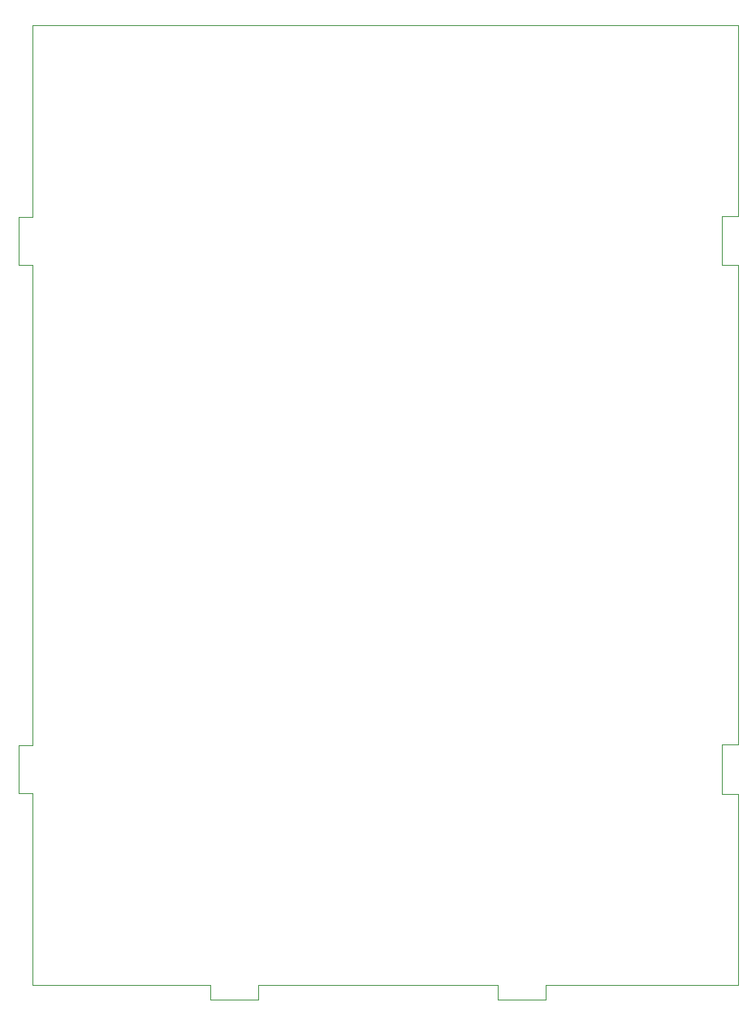
<source format=gbr>
%TF.GenerationSoftware,KiCad,Pcbnew,8.0.0*%
%TF.CreationDate,2024-11-20T18:04:27+03:00*%
%TF.ProjectId,box_side_red,626f785f-7369-4646-955f-7265642e6b69,rev?*%
%TF.SameCoordinates,Original*%
%TF.FileFunction,Profile,NP*%
%FSLAX46Y46*%
G04 Gerber Fmt 4.6, Leading zero omitted, Abs format (unit mm)*
G04 Created by KiCad (PCBNEW 8.0.0) date 2024-11-20 18:04:27*
%MOMM*%
%LPD*%
G01*
G04 APERTURE LIST*
%TA.AperFunction,Profile*%
%ADD10C,0.050000*%
%TD*%
%TA.AperFunction,Profile*%
%ADD11C,0.100000*%
%TD*%
G04 APERTURE END LIST*
D10*
X120500000Y-110000000D02*
X120500000Y-115000000D01*
X195500000Y-115100000D02*
X193800000Y-115100000D01*
X195500000Y-60000000D02*
X193800000Y-60000000D01*
X195500000Y-54900000D02*
X195500000Y-35000000D01*
X195500000Y-135000000D02*
X175500000Y-135000000D01*
D11*
X120500000Y-55000000D02*
X122000000Y-55000000D01*
D10*
X175500000Y-136500000D02*
X170500000Y-136500000D01*
X193800000Y-109900000D02*
X195500000Y-109900000D01*
X170500000Y-135000000D02*
X145500000Y-135000000D01*
X140500000Y-135000000D02*
X140500000Y-136500000D01*
X122000000Y-135000000D02*
X140500000Y-135000000D01*
X120500000Y-110000000D02*
X122000000Y-110000000D01*
X140500000Y-136500000D02*
X145500000Y-136500000D01*
X122000000Y-60000000D02*
X122000000Y-110000000D01*
X193800000Y-115100000D02*
X193800000Y-109900000D01*
X120500000Y-55000000D02*
X120500000Y-60000000D01*
X195500000Y-35000000D02*
X122000000Y-35000000D01*
X120500000Y-60000000D02*
X122000000Y-60000000D01*
X195500000Y-109900000D02*
X195500000Y-60000000D01*
X175500000Y-135000000D02*
X175500000Y-136500000D01*
D11*
X122000000Y-55000000D02*
X122000000Y-35000000D01*
D10*
X145500000Y-135000000D02*
X145500000Y-136500000D01*
X122000000Y-115000000D02*
X120500000Y-115000000D01*
X195500000Y-54900000D02*
X193800000Y-54900000D01*
X170500000Y-136500000D02*
X170500000Y-135000000D01*
X193800000Y-60000000D02*
X193800000Y-54900000D01*
X122000000Y-115000000D02*
X122000000Y-135000000D01*
X195500000Y-135000000D02*
X195500000Y-115100000D01*
M02*

</source>
